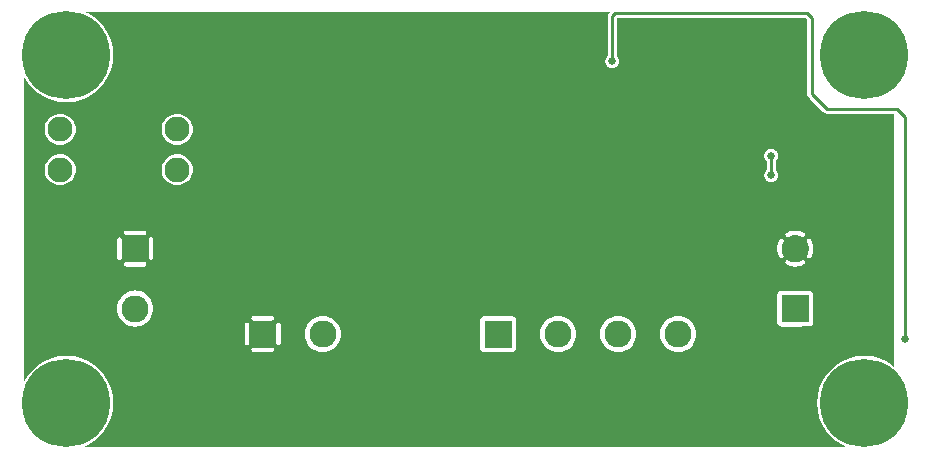
<source format=gbr>
G04 start of page 3 for group 1 idx 1 *
G04 Title: (unknown), bottom *
G04 Creator: pcb 4.0.2 *
G04 CreationDate: Thu Jun 24 15:44:02 2021 UTC *
G04 For: ndholmes *
G04 Format: Gerber/RS-274X *
G04 PCB-Dimensions (mil): 3000.00 1500.00 *
G04 PCB-Coordinate-Origin: lower left *
%MOIN*%
%FSLAX25Y25*%
%LNBOTTOM*%
%ADD31C,0.0630*%
%ADD30C,0.0550*%
%ADD29C,0.1285*%
%ADD28C,0.0120*%
%ADD27C,0.0260*%
%ADD26C,0.0830*%
%ADD25C,0.0900*%
%ADD24C,0.2937*%
%ADD23C,0.0100*%
%ADD22C,0.0001*%
G54D22*G36*
X139000Y2500D02*X102491D01*
Y33982D01*
X102500Y33981D01*
X103442Y34056D01*
X104360Y34276D01*
X105232Y34637D01*
X106038Y35131D01*
X106756Y35744D01*
X107369Y36462D01*
X107863Y37268D01*
X108224Y38140D01*
X108444Y39058D01*
X108500Y40000D01*
X108444Y40942D01*
X108224Y41860D01*
X107863Y42732D01*
X107369Y43538D01*
X106756Y44256D01*
X106038Y44869D01*
X105232Y45363D01*
X104360Y45724D01*
X103442Y45944D01*
X102500Y46019D01*
X102491Y46018D01*
Y147500D01*
X139000D01*
Y2500D01*
G37*
G36*
X102491D02*X87750D01*
Y36248D01*
X87868Y36257D01*
X87982Y36285D01*
X88092Y36330D01*
X88192Y36391D01*
X88282Y36468D01*
X88359Y36558D01*
X88420Y36658D01*
X88465Y36768D01*
X88493Y36882D01*
X88500Y37000D01*
Y43000D01*
X88493Y43118D01*
X88465Y43232D01*
X88420Y43342D01*
X88359Y43442D01*
X88282Y43532D01*
X88192Y43609D01*
X88092Y43670D01*
X87982Y43715D01*
X87868Y43743D01*
X87750Y43752D01*
Y147500D01*
X102491D01*
Y46018D01*
X101558Y45944D01*
X100640Y45724D01*
X99768Y45363D01*
X98962Y44869D01*
X98244Y44256D01*
X97631Y43538D01*
X97137Y42732D01*
X96776Y41860D01*
X96556Y40942D01*
X96481Y40000D01*
X96556Y39058D01*
X96776Y38140D01*
X97137Y37268D01*
X97631Y36462D01*
X98244Y35744D01*
X98962Y35131D01*
X99768Y34637D01*
X100640Y34276D01*
X101558Y34056D01*
X102491Y33982D01*
Y2500D01*
G37*
G36*
X87750D02*X82500D01*
Y34000D01*
X85500D01*
X85618Y34007D01*
X85732Y34035D01*
X85842Y34080D01*
X85942Y34141D01*
X86032Y34218D01*
X86109Y34308D01*
X86170Y34408D01*
X86215Y34518D01*
X86243Y34632D01*
X86252Y34750D01*
X86243Y34868D01*
X86215Y34982D01*
X86170Y35092D01*
X86109Y35192D01*
X86032Y35282D01*
X85942Y35359D01*
X85842Y35420D01*
X85732Y35465D01*
X85618Y35493D01*
X85500Y35500D01*
X82500D01*
Y44500D01*
X85500D01*
X85618Y44507D01*
X85732Y44535D01*
X85842Y44580D01*
X85942Y44641D01*
X86032Y44718D01*
X86109Y44808D01*
X86170Y44908D01*
X86215Y45018D01*
X86243Y45132D01*
X86252Y45250D01*
X86243Y45368D01*
X86215Y45482D01*
X86170Y45592D01*
X86109Y45692D01*
X86032Y45782D01*
X85942Y45859D01*
X85842Y45920D01*
X85732Y45965D01*
X85618Y45993D01*
X85500Y46000D01*
X82500D01*
Y147500D01*
X87750D01*
Y43752D01*
X87632Y43743D01*
X87518Y43715D01*
X87408Y43670D01*
X87308Y43609D01*
X87218Y43532D01*
X87141Y43442D01*
X87080Y43342D01*
X87035Y43232D01*
X87007Y43118D01*
X87000Y43000D01*
Y37000D01*
X87007Y36882D01*
X87035Y36768D01*
X87080Y36658D01*
X87141Y36558D01*
X87218Y36468D01*
X87308Y36391D01*
X87408Y36330D01*
X87518Y36285D01*
X87632Y36257D01*
X87750Y36248D01*
Y2500D01*
G37*
G36*
X82500D02*X77250D01*
Y36248D01*
X77368Y36257D01*
X77482Y36285D01*
X77592Y36330D01*
X77692Y36391D01*
X77782Y36468D01*
X77859Y36558D01*
X77920Y36658D01*
X77965Y36768D01*
X77993Y36882D01*
X78000Y37000D01*
Y43000D01*
X77993Y43118D01*
X77965Y43232D01*
X77920Y43342D01*
X77859Y43442D01*
X77782Y43532D01*
X77692Y43609D01*
X77592Y43670D01*
X77482Y43715D01*
X77368Y43743D01*
X77250Y43752D01*
Y147500D01*
X82500D01*
Y46000D01*
X79500D01*
X79382Y45993D01*
X79268Y45965D01*
X79158Y45920D01*
X79058Y45859D01*
X78968Y45782D01*
X78891Y45692D01*
X78830Y45592D01*
X78785Y45482D01*
X78757Y45368D01*
X78748Y45250D01*
X78757Y45132D01*
X78785Y45018D01*
X78830Y44908D01*
X78891Y44808D01*
X78968Y44718D01*
X79058Y44641D01*
X79158Y44580D01*
X79268Y44535D01*
X79382Y44507D01*
X79500Y44500D01*
X82500D01*
Y35500D01*
X79500D01*
X79382Y35493D01*
X79268Y35465D01*
X79158Y35420D01*
X79058Y35359D01*
X78968Y35282D01*
X78891Y35192D01*
X78830Y35092D01*
X78785Y34982D01*
X78757Y34868D01*
X78748Y34750D01*
X78757Y34632D01*
X78785Y34518D01*
X78830Y34408D01*
X78891Y34308D01*
X78968Y34218D01*
X79058Y34141D01*
X79158Y34080D01*
X79268Y34035D01*
X79382Y34007D01*
X79500Y34000D01*
X82500D01*
Y2500D01*
G37*
G36*
X77250D02*X53992D01*
Y89635D01*
X54000Y89634D01*
X54808Y89698D01*
X55596Y89887D01*
X56345Y90197D01*
X57036Y90621D01*
X57653Y91147D01*
X58179Y91764D01*
X58603Y92455D01*
X58913Y93204D01*
X59102Y93992D01*
X59150Y94800D01*
X59102Y95608D01*
X58913Y96396D01*
X58603Y97145D01*
X58179Y97836D01*
X57653Y98453D01*
X57036Y98979D01*
X56345Y99403D01*
X55596Y99713D01*
X54808Y99902D01*
X54000Y99966D01*
X53992Y99965D01*
Y103035D01*
X54000Y103034D01*
X54808Y103098D01*
X55596Y103287D01*
X56345Y103597D01*
X57036Y104021D01*
X57653Y104547D01*
X58179Y105164D01*
X58603Y105855D01*
X58913Y106604D01*
X59102Y107392D01*
X59150Y108200D01*
X59102Y109008D01*
X58913Y109796D01*
X58603Y110545D01*
X58179Y111236D01*
X57653Y111853D01*
X57036Y112379D01*
X56345Y112803D01*
X55596Y113113D01*
X54808Y113302D01*
X54000Y113366D01*
X53992Y113365D01*
Y147500D01*
X77250D01*
Y43752D01*
X77132Y43743D01*
X77018Y43715D01*
X76908Y43670D01*
X76808Y43609D01*
X76718Y43532D01*
X76641Y43442D01*
X76580Y43342D01*
X76535Y43232D01*
X76507Y43118D01*
X76500Y43000D01*
Y37000D01*
X76507Y36882D01*
X76535Y36768D01*
X76580Y36658D01*
X76641Y36558D01*
X76718Y36468D01*
X76808Y36391D01*
X76908Y36330D01*
X77018Y36285D01*
X77132Y36257D01*
X77250Y36248D01*
Y2500D01*
G37*
G36*
X53992D02*X45250D01*
Y45584D01*
X45363Y45768D01*
X45724Y46640D01*
X45944Y47558D01*
X46000Y48500D01*
X45944Y49442D01*
X45724Y50360D01*
X45363Y51232D01*
X45250Y51416D01*
Y64748D01*
X45368Y64757D01*
X45482Y64785D01*
X45592Y64830D01*
X45692Y64891D01*
X45782Y64968D01*
X45859Y65058D01*
X45920Y65158D01*
X45965Y65268D01*
X45993Y65382D01*
X46000Y65500D01*
Y71500D01*
X45993Y71618D01*
X45965Y71732D01*
X45920Y71842D01*
X45859Y71942D01*
X45782Y72032D01*
X45692Y72109D01*
X45592Y72170D01*
X45482Y72215D01*
X45368Y72243D01*
X45250Y72252D01*
Y147500D01*
X53992D01*
Y113365D01*
X53192Y113302D01*
X52404Y113113D01*
X51655Y112803D01*
X50964Y112379D01*
X50347Y111853D01*
X49821Y111236D01*
X49397Y110545D01*
X49087Y109796D01*
X48898Y109008D01*
X48834Y108200D01*
X48898Y107392D01*
X49087Y106604D01*
X49397Y105855D01*
X49821Y105164D01*
X50347Y104547D01*
X50964Y104021D01*
X51655Y103597D01*
X52404Y103287D01*
X53192Y103098D01*
X53992Y103035D01*
Y99965D01*
X53192Y99902D01*
X52404Y99713D01*
X51655Y99403D01*
X50964Y98979D01*
X50347Y98453D01*
X49821Y97836D01*
X49397Y97145D01*
X49087Y96396D01*
X48898Y95608D01*
X48834Y94800D01*
X48898Y93992D01*
X49087Y93204D01*
X49397Y92455D01*
X49821Y91764D01*
X50347Y91147D01*
X50964Y90621D01*
X51655Y90197D01*
X52404Y89887D01*
X53192Y89698D01*
X53992Y89635D01*
Y2500D01*
G37*
G36*
X45250Y51416D02*X44869Y52038D01*
X44256Y52756D01*
X43538Y53369D01*
X42732Y53863D01*
X41860Y54224D01*
X40942Y54444D01*
X40000Y54519D01*
Y62500D01*
X43000D01*
X43118Y62507D01*
X43232Y62535D01*
X43342Y62580D01*
X43442Y62641D01*
X43532Y62718D01*
X43609Y62808D01*
X43670Y62908D01*
X43715Y63018D01*
X43743Y63132D01*
X43752Y63250D01*
X43743Y63368D01*
X43715Y63482D01*
X43670Y63592D01*
X43609Y63692D01*
X43532Y63782D01*
X43442Y63859D01*
X43342Y63920D01*
X43232Y63965D01*
X43118Y63993D01*
X43000Y64000D01*
X40000D01*
Y73000D01*
X43000D01*
X43118Y73007D01*
X43232Y73035D01*
X43342Y73080D01*
X43442Y73141D01*
X43532Y73218D01*
X43609Y73308D01*
X43670Y73408D01*
X43715Y73518D01*
X43743Y73632D01*
X43752Y73750D01*
X43743Y73868D01*
X43715Y73982D01*
X43670Y74092D01*
X43609Y74192D01*
X43532Y74282D01*
X43442Y74359D01*
X43342Y74420D01*
X43232Y74465D01*
X43118Y74493D01*
X43000Y74500D01*
X40000D01*
Y147500D01*
X45250D01*
Y72252D01*
X45132Y72243D01*
X45018Y72215D01*
X44908Y72170D01*
X44808Y72109D01*
X44718Y72032D01*
X44641Y71942D01*
X44580Y71842D01*
X44535Y71732D01*
X44507Y71618D01*
X44500Y71500D01*
Y65500D01*
X44507Y65382D01*
X44535Y65268D01*
X44580Y65158D01*
X44641Y65058D01*
X44718Y64968D01*
X44808Y64891D01*
X44908Y64830D01*
X45018Y64785D01*
X45132Y64757D01*
X45250Y64748D01*
Y51416D01*
G37*
G36*
Y2500D02*X40000D01*
Y42481D01*
X40942Y42556D01*
X41860Y42776D01*
X42732Y43137D01*
X43538Y43631D01*
X44256Y44244D01*
X44869Y44962D01*
X45250Y45584D01*
Y2500D01*
G37*
G36*
X34750Y147500D02*X40000D01*
Y74500D01*
X37000D01*
X36882Y74493D01*
X36768Y74465D01*
X36658Y74420D01*
X36558Y74359D01*
X36468Y74282D01*
X36391Y74192D01*
X36330Y74092D01*
X36285Y73982D01*
X36257Y73868D01*
X36248Y73750D01*
X36257Y73632D01*
X36285Y73518D01*
X36330Y73408D01*
X36391Y73308D01*
X36468Y73218D01*
X36558Y73141D01*
X36658Y73080D01*
X36768Y73035D01*
X36882Y73007D01*
X37000Y73000D01*
X40000D01*
Y64000D01*
X37000D01*
X36882Y63993D01*
X36768Y63965D01*
X36658Y63920D01*
X36558Y63859D01*
X36468Y63782D01*
X36391Y63692D01*
X36330Y63592D01*
X36285Y63482D01*
X36257Y63368D01*
X36248Y63250D01*
X36257Y63132D01*
X36285Y63018D01*
X36330Y62908D01*
X36391Y62808D01*
X36468Y62718D01*
X36558Y62641D01*
X36658Y62580D01*
X36768Y62535D01*
X36882Y62507D01*
X37000Y62500D01*
X40000D01*
Y54519D01*
X39058Y54444D01*
X38140Y54224D01*
X37268Y53863D01*
X36462Y53369D01*
X35744Y52756D01*
X35131Y52038D01*
X34750Y51416D01*
Y64748D01*
X34868Y64757D01*
X34982Y64785D01*
X35092Y64830D01*
X35192Y64891D01*
X35282Y64968D01*
X35359Y65058D01*
X35420Y65158D01*
X35465Y65268D01*
X35493Y65382D01*
X35500Y65500D01*
Y71500D01*
X35493Y71618D01*
X35465Y71732D01*
X35420Y71842D01*
X35359Y71942D01*
X35282Y72032D01*
X35192Y72109D01*
X35092Y72170D01*
X34982Y72215D01*
X34868Y72243D01*
X34750Y72252D01*
Y147500D01*
G37*
G36*
X40000Y2500D02*X34750D01*
Y45584D01*
X35131Y44962D01*
X35744Y44244D01*
X36462Y43631D01*
X37268Y43137D01*
X38140Y42776D01*
X39058Y42556D01*
X40000Y42481D01*
Y2500D01*
G37*
G36*
X34750D02*X22978D01*
X24142Y2982D01*
X26247Y4272D01*
X28124Y5876D01*
X29728Y7753D01*
X31018Y9858D01*
X31962Y12138D01*
X32539Y14539D01*
X32684Y17000D01*
X32539Y19461D01*
X31962Y21862D01*
X31018Y24142D01*
X29728Y26247D01*
X28124Y28124D01*
X26247Y29728D01*
X24142Y31018D01*
X21862Y31962D01*
X19461Y32539D01*
X17000Y32732D01*
X14992Y32574D01*
Y89635D01*
X15000Y89634D01*
X15808Y89698D01*
X16596Y89887D01*
X17345Y90197D01*
X18036Y90621D01*
X18653Y91147D01*
X19179Y91764D01*
X19603Y92455D01*
X19913Y93204D01*
X20102Y93992D01*
X20150Y94800D01*
X20102Y95608D01*
X19913Y96396D01*
X19603Y97145D01*
X19179Y97836D01*
X18653Y98453D01*
X18036Y98979D01*
X17345Y99403D01*
X16596Y99713D01*
X15808Y99902D01*
X15000Y99966D01*
X14992Y99965D01*
Y103035D01*
X15000Y103034D01*
X15808Y103098D01*
X16596Y103287D01*
X17345Y103597D01*
X18036Y104021D01*
X18653Y104547D01*
X19179Y105164D01*
X19603Y105855D01*
X19913Y106604D01*
X20102Y107392D01*
X20150Y108200D01*
X20102Y109008D01*
X19913Y109796D01*
X19603Y110545D01*
X19179Y111236D01*
X18653Y111853D01*
X18036Y112379D01*
X17345Y112803D01*
X16596Y113113D01*
X15808Y113302D01*
X15000Y113366D01*
X14992Y113365D01*
Y117426D01*
X17000Y117268D01*
X19461Y117461D01*
X21862Y118038D01*
X24142Y118982D01*
X26247Y120272D01*
X28124Y121876D01*
X29728Y123753D01*
X31018Y125858D01*
X31962Y128138D01*
X32539Y130539D01*
X32684Y133000D01*
X32539Y135461D01*
X31962Y137862D01*
X31018Y140142D01*
X29728Y142247D01*
X28124Y144124D01*
X26247Y145728D01*
X24142Y147018D01*
X22978Y147500D01*
X34750D01*
Y72252D01*
X34632Y72243D01*
X34518Y72215D01*
X34408Y72170D01*
X34308Y72109D01*
X34218Y72032D01*
X34141Y71942D01*
X34080Y71842D01*
X34035Y71732D01*
X34007Y71618D01*
X34000Y71500D01*
Y65500D01*
X34007Y65382D01*
X34035Y65268D01*
X34080Y65158D01*
X34141Y65058D01*
X34218Y64968D01*
X34308Y64891D01*
X34408Y64830D01*
X34518Y64785D01*
X34632Y64757D01*
X34750Y64748D01*
Y51416D01*
X34637Y51232D01*
X34276Y50360D01*
X34056Y49442D01*
X33981Y48500D01*
X34056Y47558D01*
X34276Y46640D01*
X34637Y45768D01*
X34750Y45584D01*
Y2500D01*
G37*
G36*
X14992Y32574D02*X14539Y32539D01*
X12138Y31962D01*
X9858Y31018D01*
X7753Y29728D01*
X5876Y28124D01*
X4272Y26247D01*
X3000Y24171D01*
Y125829D01*
X4272Y123753D01*
X5876Y121876D01*
X7753Y120272D01*
X9858Y118982D01*
X12138Y118038D01*
X14539Y117461D01*
X14992Y117426D01*
Y113365D01*
X14192Y113302D01*
X13404Y113113D01*
X12655Y112803D01*
X11964Y112379D01*
X11347Y111853D01*
X10821Y111236D01*
X10397Y110545D01*
X10087Y109796D01*
X9898Y109008D01*
X9834Y108200D01*
X9898Y107392D01*
X10087Y106604D01*
X10397Y105855D01*
X10821Y105164D01*
X11347Y104547D01*
X11964Y104021D01*
X12655Y103597D01*
X13404Y103287D01*
X14192Y103098D01*
X14992Y103035D01*
Y99965D01*
X14192Y99902D01*
X13404Y99713D01*
X12655Y99403D01*
X11964Y98979D01*
X11347Y98453D01*
X10821Y97836D01*
X10397Y97145D01*
X10087Y96396D01*
X9898Y95608D01*
X9834Y94800D01*
X9898Y93992D01*
X10087Y93204D01*
X10397Y92455D01*
X10821Y91764D01*
X11347Y91147D01*
X11964Y90621D01*
X12655Y90197D01*
X13404Y89887D01*
X14192Y89698D01*
X14992Y89635D01*
Y32574D01*
G37*
G36*
X264926Y118453D02*X269398Y113981D01*
X269436Y113936D01*
X269616Y113783D01*
X269817Y113659D01*
X270035Y113569D01*
X270265Y113514D01*
X270500Y113495D01*
X270559Y113500D01*
X293000D01*
Y29085D01*
X292247Y29728D01*
X290142Y31018D01*
X287862Y31962D01*
X285461Y32539D01*
X283000Y32732D01*
X280539Y32539D01*
X278138Y31962D01*
X275858Y31018D01*
X273753Y29728D01*
X271876Y28124D01*
X270272Y26247D01*
X268982Y24142D01*
X268038Y21862D01*
X267461Y19461D01*
X267268Y17000D01*
X267461Y14539D01*
X268038Y12138D01*
X268982Y9858D01*
X270272Y7753D01*
X271876Y5876D01*
X273753Y4272D01*
X275858Y2982D01*
X277022Y2500D01*
X264926D01*
Y42560D01*
X264965Y42569D01*
X265183Y42659D01*
X265384Y42783D01*
X265564Y42936D01*
X265717Y43116D01*
X265841Y43317D01*
X265931Y43535D01*
X265986Y43765D01*
X266000Y44000D01*
X265986Y53235D01*
X265931Y53465D01*
X265841Y53683D01*
X265717Y53884D01*
X265564Y54064D01*
X265384Y54217D01*
X265183Y54341D01*
X264965Y54431D01*
X264926Y54440D01*
Y65303D01*
X264930Y65305D01*
X265033Y65364D01*
X265125Y65438D01*
X265204Y65525D01*
X265266Y65625D01*
X265511Y66112D01*
X265705Y66622D01*
X265852Y67148D01*
X265951Y67684D01*
X266000Y68227D01*
Y68773D01*
X265951Y69316D01*
X265852Y69852D01*
X265705Y70378D01*
X265511Y70888D01*
X265272Y71378D01*
X265208Y71478D01*
X265128Y71566D01*
X265035Y71640D01*
X264932Y71699D01*
X264926Y71702D01*
Y118453D01*
G37*
G36*
Y2500D02*X260000D01*
Y42507D01*
X264735Y42514D01*
X264926Y42560D01*
Y2500D01*
G37*
G36*
X260000Y145500D02*X263379D01*
X264000Y144879D01*
Y120059D01*
X263995Y120000D01*
X264014Y119765D01*
X264069Y119535D01*
X264159Y119317D01*
X264283Y119116D01*
X264436Y118936D01*
X264481Y118898D01*
X264926Y118453D01*
Y71702D01*
X264821Y71742D01*
X264705Y71766D01*
X264587Y71772D01*
X264468Y71760D01*
X264354Y71729D01*
X264245Y71680D01*
X264146Y71615D01*
X264058Y71535D01*
X263983Y71443D01*
X263924Y71340D01*
X263882Y71229D01*
X263857Y71113D01*
X263851Y70994D01*
X263864Y70876D01*
X263895Y70761D01*
X263946Y70654D01*
X264129Y70289D01*
X264274Y69907D01*
X264384Y69513D01*
X264458Y69111D01*
X264495Y68704D01*
Y68296D01*
X264458Y67889D01*
X264384Y67487D01*
X264274Y67093D01*
X264129Y66711D01*
X263950Y66344D01*
X263900Y66237D01*
X263869Y66123D01*
X263856Y66006D01*
X263862Y65888D01*
X263886Y65772D01*
X263928Y65662D01*
X263987Y65560D01*
X264061Y65468D01*
X264149Y65389D01*
X264248Y65324D01*
X264355Y65276D01*
X264469Y65245D01*
X264587Y65232D01*
X264705Y65238D01*
X264820Y65263D01*
X264926Y65303D01*
Y54440D01*
X264735Y54486D01*
X264500Y54500D01*
X260000Y54493D01*
Y62500D01*
X260273D01*
X260816Y62549D01*
X261352Y62648D01*
X261878Y62795D01*
X262388Y62989D01*
X262878Y63228D01*
X262978Y63292D01*
X263066Y63372D01*
X263140Y63465D01*
X263199Y63568D01*
X263242Y63679D01*
X263266Y63795D01*
X263272Y63913D01*
X263260Y64032D01*
X263229Y64146D01*
X263180Y64255D01*
X263115Y64354D01*
X263035Y64442D01*
X262943Y64517D01*
X262840Y64576D01*
X262729Y64618D01*
X262613Y64643D01*
X262494Y64649D01*
X262376Y64636D01*
X262261Y64605D01*
X262154Y64554D01*
X261789Y64371D01*
X261407Y64226D01*
X261013Y64116D01*
X260611Y64042D01*
X260204Y64005D01*
X260000D01*
Y72995D01*
X260204D01*
X260611Y72958D01*
X261013Y72884D01*
X261407Y72774D01*
X261789Y72629D01*
X262156Y72450D01*
X262263Y72400D01*
X262377Y72369D01*
X262494Y72356D01*
X262612Y72362D01*
X262728Y72386D01*
X262838Y72428D01*
X262940Y72487D01*
X263032Y72561D01*
X263111Y72649D01*
X263176Y72748D01*
X263224Y72855D01*
X263255Y72969D01*
X263268Y73087D01*
X263262Y73205D01*
X263237Y73320D01*
X263195Y73430D01*
X263136Y73533D01*
X263062Y73625D01*
X262975Y73704D01*
X262875Y73766D01*
X262388Y74011D01*
X261878Y74205D01*
X261352Y74352D01*
X260816Y74451D01*
X260273Y74500D01*
X260000D01*
Y145500D01*
G37*
G36*
X255074Y42560D02*X255265Y42514D01*
X255500Y42500D01*
X260000Y42507D01*
Y2500D01*
X255074D01*
Y42560D01*
G37*
G36*
Y145500D02*X260000D01*
Y74500D01*
X259727D01*
X259184Y74451D01*
X258648Y74352D01*
X258122Y74205D01*
X257612Y74011D01*
X257122Y73772D01*
X257022Y73708D01*
X256934Y73628D01*
X256860Y73535D01*
X256801Y73432D01*
X256758Y73321D01*
X256734Y73205D01*
X256728Y73087D01*
X256740Y72968D01*
X256771Y72854D01*
X256820Y72745D01*
X256885Y72646D01*
X256965Y72558D01*
X257057Y72483D01*
X257160Y72424D01*
X257271Y72382D01*
X257387Y72357D01*
X257506Y72351D01*
X257624Y72364D01*
X257739Y72395D01*
X257846Y72446D01*
X258211Y72629D01*
X258593Y72774D01*
X258987Y72884D01*
X259389Y72958D01*
X259796Y72995D01*
X260000D01*
Y64005D01*
X259796D01*
X259389Y64042D01*
X258987Y64116D01*
X258593Y64226D01*
X258211Y64371D01*
X257844Y64550D01*
X257737Y64600D01*
X257623Y64631D01*
X257506Y64644D01*
X257388Y64638D01*
X257272Y64614D01*
X257162Y64572D01*
X257060Y64513D01*
X256968Y64439D01*
X256889Y64351D01*
X256824Y64252D01*
X256776Y64145D01*
X256745Y64031D01*
X256732Y63913D01*
X256738Y63795D01*
X256763Y63680D01*
X256805Y63570D01*
X256864Y63467D01*
X256938Y63375D01*
X257025Y63296D01*
X257125Y63234D01*
X257612Y62989D01*
X258122Y62795D01*
X258648Y62648D01*
X259184Y62549D01*
X259727Y62500D01*
X260000D01*
Y54493D01*
X255265Y54486D01*
X255074Y54440D01*
Y65298D01*
X255179Y65258D01*
X255295Y65234D01*
X255413Y65228D01*
X255532Y65240D01*
X255646Y65271D01*
X255755Y65320D01*
X255854Y65385D01*
X255942Y65465D01*
X256017Y65557D01*
X256076Y65660D01*
X256118Y65771D01*
X256143Y65887D01*
X256149Y66006D01*
X256136Y66124D01*
X256105Y66239D01*
X256054Y66346D01*
X255871Y66711D01*
X255726Y67093D01*
X255616Y67487D01*
X255542Y67889D01*
X255505Y68296D01*
Y68704D01*
X255542Y69111D01*
X255616Y69513D01*
X255726Y69907D01*
X255871Y70289D01*
X256050Y70656D01*
X256100Y70763D01*
X256131Y70877D01*
X256144Y70994D01*
X256138Y71112D01*
X256114Y71228D01*
X256072Y71338D01*
X256013Y71440D01*
X255939Y71532D01*
X255851Y71611D01*
X255752Y71676D01*
X255645Y71724D01*
X255531Y71755D01*
X255413Y71768D01*
X255295Y71762D01*
X255180Y71737D01*
X255074Y71697D01*
Y145500D01*
G37*
G36*
X251996D02*X255074D01*
Y71697D01*
X255070Y71695D01*
X254967Y71636D01*
X254875Y71562D01*
X254796Y71475D01*
X254734Y71375D01*
X254489Y70888D01*
X254295Y70378D01*
X254148Y69852D01*
X254049Y69316D01*
X254000Y68773D01*
Y68227D01*
X254049Y67684D01*
X254148Y67148D01*
X254295Y66622D01*
X254489Y66112D01*
X254728Y65622D01*
X254792Y65522D01*
X254872Y65434D01*
X254965Y65360D01*
X255068Y65301D01*
X255074Y65298D01*
Y54440D01*
X255035Y54431D01*
X254817Y54341D01*
X254616Y54217D01*
X254436Y54064D01*
X254283Y53884D01*
X254159Y53683D01*
X254069Y53465D01*
X254014Y53235D01*
X254000Y53000D01*
X254014Y43765D01*
X254069Y43535D01*
X254159Y43317D01*
X254283Y43116D01*
X254436Y42936D01*
X254616Y42783D01*
X254817Y42659D01*
X255035Y42569D01*
X255074Y42560D01*
Y2500D01*
X251996D01*
Y90693D01*
X252000Y90693D01*
X252361Y90721D01*
X252713Y90806D01*
X253047Y90944D01*
X253356Y91134D01*
X253631Y91369D01*
X253866Y91644D01*
X254056Y91953D01*
X254194Y92287D01*
X254279Y92639D01*
X254300Y93000D01*
X254279Y93361D01*
X254194Y93713D01*
X254056Y94047D01*
X253866Y94356D01*
X253631Y94631D01*
X253500Y94744D01*
Y97756D01*
X253631Y97869D01*
X253866Y98144D01*
X254056Y98453D01*
X254194Y98787D01*
X254279Y99139D01*
X254300Y99500D01*
X254279Y99861D01*
X254194Y100213D01*
X254056Y100547D01*
X253866Y100856D01*
X253631Y101131D01*
X253356Y101366D01*
X253047Y101556D01*
X252713Y101694D01*
X252361Y101779D01*
X252000Y101807D01*
X251996Y101807D01*
Y145500D01*
G37*
G36*
X220991D02*X251996D01*
Y101807D01*
X251639Y101779D01*
X251287Y101694D01*
X250953Y101556D01*
X250644Y101366D01*
X250369Y101131D01*
X250134Y100856D01*
X249944Y100547D01*
X249806Y100213D01*
X249721Y99861D01*
X249693Y99500D01*
X249721Y99139D01*
X249806Y98787D01*
X249944Y98453D01*
X250134Y98144D01*
X250369Y97869D01*
X250500Y97756D01*
Y94744D01*
X250369Y94631D01*
X250134Y94356D01*
X249944Y94047D01*
X249806Y93713D01*
X249721Y93361D01*
X249693Y93000D01*
X249721Y92639D01*
X249806Y92287D01*
X249944Y91953D01*
X250134Y91644D01*
X250369Y91369D01*
X250644Y91134D01*
X250953Y90944D01*
X251287Y90806D01*
X251639Y90721D01*
X251996Y90693D01*
Y2500D01*
X220991D01*
Y33982D01*
X221000Y33981D01*
X221942Y34056D01*
X222860Y34276D01*
X223732Y34637D01*
X224538Y35131D01*
X225256Y35744D01*
X225869Y36462D01*
X226363Y37268D01*
X226724Y38140D01*
X226944Y39058D01*
X227000Y40000D01*
X226944Y40942D01*
X226724Y41860D01*
X226363Y42732D01*
X225869Y43538D01*
X225256Y44256D01*
X224538Y44869D01*
X223732Y45363D01*
X222860Y45724D01*
X221942Y45944D01*
X221000Y46019D01*
X220991Y46018D01*
Y145500D01*
G37*
G36*
X200991Y129847D02*X201056Y129953D01*
X201194Y130287D01*
X201279Y130639D01*
X201300Y131000D01*
X201279Y131361D01*
X201194Y131713D01*
X201056Y132047D01*
X200991Y132153D01*
Y145500D01*
X220991D01*
Y46018D01*
X220058Y45944D01*
X219140Y45724D01*
X218268Y45363D01*
X217462Y44869D01*
X216744Y44256D01*
X216131Y43538D01*
X215637Y42732D01*
X215276Y41860D01*
X215056Y40942D01*
X214981Y40000D01*
X215056Y39058D01*
X215276Y38140D01*
X215637Y37268D01*
X216131Y36462D01*
X216744Y35744D01*
X217462Y35131D01*
X218268Y34637D01*
X219140Y34276D01*
X220058Y34056D01*
X220991Y33982D01*
Y2500D01*
X200991D01*
Y33982D01*
X201000Y33981D01*
X201942Y34056D01*
X202860Y34276D01*
X203732Y34637D01*
X204538Y35131D01*
X205256Y35744D01*
X205869Y36462D01*
X206363Y37268D01*
X206724Y38140D01*
X206944Y39058D01*
X207000Y40000D01*
X206944Y40942D01*
X206724Y41860D01*
X206363Y42732D01*
X205869Y43538D01*
X205256Y44256D01*
X204538Y44869D01*
X203732Y45363D01*
X202860Y45724D01*
X201942Y45944D01*
X201000Y46019D01*
X200991Y46018D01*
Y129847D01*
G37*
G36*
Y132153D02*X200866Y132356D01*
X200631Y132631D01*
X200500Y132744D01*
Y145379D01*
X200621Y145500D01*
X200991D01*
Y132153D01*
G37*
G36*
X180991Y147500D02*X198379D01*
X197981Y147102D01*
X197936Y147064D01*
X197783Y146884D01*
X197659Y146683D01*
X197569Y146465D01*
X197514Y146235D01*
X197514Y146235D01*
X197495Y146000D01*
X197500Y145941D01*
Y132744D01*
X197369Y132631D01*
X197134Y132356D01*
X196944Y132047D01*
X196806Y131713D01*
X196721Y131361D01*
X196693Y131000D01*
X196721Y130639D01*
X196806Y130287D01*
X196944Y129953D01*
X197134Y129644D01*
X197369Y129369D01*
X197644Y129134D01*
X197953Y128944D01*
X198287Y128806D01*
X198639Y128721D01*
X199000Y128693D01*
X199361Y128721D01*
X199713Y128806D01*
X200047Y128944D01*
X200356Y129134D01*
X200631Y129369D01*
X200866Y129644D01*
X200991Y129847D01*
Y46018D01*
X200058Y45944D01*
X199140Y45724D01*
X198268Y45363D01*
X197462Y44869D01*
X196744Y44256D01*
X196131Y43538D01*
X195637Y42732D01*
X195276Y41860D01*
X195056Y40942D01*
X194981Y40000D01*
X195056Y39058D01*
X195276Y38140D01*
X195637Y37268D01*
X196131Y36462D01*
X196744Y35744D01*
X197462Y35131D01*
X198268Y34637D01*
X199140Y34276D01*
X200058Y34056D01*
X200991Y33982D01*
Y2500D01*
X180991D01*
Y33982D01*
X181000Y33981D01*
X181942Y34056D01*
X182860Y34276D01*
X183732Y34637D01*
X184538Y35131D01*
X185256Y35744D01*
X185869Y36462D01*
X186363Y37268D01*
X186724Y38140D01*
X186944Y39058D01*
X187000Y40000D01*
X186944Y40942D01*
X186724Y41860D01*
X186363Y42732D01*
X185869Y43538D01*
X185256Y44256D01*
X184538Y44869D01*
X183732Y45363D01*
X182860Y45724D01*
X181942Y45944D01*
X181000Y46019D01*
X180991Y46018D01*
Y147500D01*
G37*
G36*
X161000D02*X180991D01*
Y46018D01*
X180058Y45944D01*
X179140Y45724D01*
X178268Y45363D01*
X177462Y44869D01*
X176744Y44256D01*
X176131Y43538D01*
X175637Y42732D01*
X175276Y41860D01*
X175056Y40942D01*
X174981Y40000D01*
X175056Y39058D01*
X175276Y38140D01*
X175637Y37268D01*
X176131Y36462D01*
X176744Y35744D01*
X177462Y35131D01*
X178268Y34637D01*
X179140Y34276D01*
X180058Y34056D01*
X180991Y33982D01*
Y2500D01*
X161000D01*
Y34007D01*
X165735Y34014D01*
X165965Y34069D01*
X166183Y34159D01*
X166384Y34283D01*
X166564Y34436D01*
X166717Y34616D01*
X166841Y34817D01*
X166931Y35035D01*
X166986Y35265D01*
X167000Y35500D01*
X166986Y44735D01*
X166931Y44965D01*
X166841Y45183D01*
X166717Y45384D01*
X166564Y45564D01*
X166384Y45717D01*
X166183Y45841D01*
X165965Y45931D01*
X165735Y45986D01*
X165500Y46000D01*
X161000Y45993D01*
Y147500D01*
G37*
G36*
X128500D02*X161000D01*
Y45993D01*
X156265Y45986D01*
X156035Y45931D01*
X155817Y45841D01*
X155616Y45717D01*
X155436Y45564D01*
X155283Y45384D01*
X155159Y45183D01*
X155069Y44965D01*
X155014Y44735D01*
X155000Y44500D01*
X155014Y35265D01*
X155069Y35035D01*
X155159Y34817D01*
X155283Y34616D01*
X155436Y34436D01*
X155616Y34283D01*
X155817Y34159D01*
X156035Y34069D01*
X156265Y34014D01*
X156500Y34000D01*
X161000Y34007D01*
Y2500D01*
X128500D01*
Y147500D01*
G37*
G54D23*X270500Y115000D02*X265500Y120000D01*
Y145500D01*
X264000Y147000D01*
X200000D01*
X296500Y38500D02*Y112500D01*
X294000Y115000D01*
X270500D01*
X200000Y147000D02*X199000Y146000D01*
Y131000D01*
X252000Y99500D02*Y97500D01*
Y93000D02*Y99500D01*
G54D24*X17000Y17000D03*
G54D22*G36*
X156500Y44500D02*Y35500D01*
X165500D01*
Y44500D01*
X156500D01*
G37*
G36*
X78000D02*Y35500D01*
X87000D01*
Y44500D01*
X78000D01*
G37*
G54D25*X102500Y40000D03*
G54D22*G36*
X35500Y73000D02*Y64000D01*
X44500D01*
Y73000D01*
X35500D01*
G37*
G54D25*X40000Y48500D03*
G54D24*X283000Y133000D03*
Y17000D03*
G54D22*G36*
X255500Y53000D02*Y44000D01*
X264500D01*
Y53000D01*
X255500D01*
G37*
G54D25*X260000Y68500D03*
X181000Y40000D03*
X201000D03*
X221000D03*
G54D24*X17000Y133000D03*
G54D26*X15000Y108200D03*
Y94800D03*
X54000Y108200D03*
Y94800D03*
G54D27*X49000Y73000D03*
Y69500D03*
Y66000D03*
X40000Y79000D03*
X44000D03*
X82500Y31000D03*
X86500D03*
X78500D03*
X73000Y43500D03*
Y40000D03*
Y36500D03*
X82500Y49000D03*
X86500D03*
X78500D03*
X36000Y79000D03*
X133000Y131000D03*
Y107500D03*
X125000Y119000D03*
X128500D03*
X172500Y126500D03*
Y123000D03*
Y119500D03*
X176000Y126500D03*
Y123000D03*
Y119500D03*
X182000Y133500D03*
X199000Y131000D03*
X71500Y125000D03*
X75500D03*
X67500D03*
X71500Y136000D03*
X75500D03*
X67500D03*
X260000Y77500D03*
X264000D03*
X256000D03*
X251000Y72000D03*
Y68500D03*
Y65000D03*
X252000Y99500D03*
Y93000D03*
X269500Y72000D03*
Y68500D03*
Y65000D03*
X296500Y38500D03*
X239500Y40500D03*
X235500D03*
Y44500D03*
X243500Y40500D03*
X235500Y48500D03*
X228500Y17500D03*
Y13500D03*
Y9500D03*
Y5500D03*
Y21500D03*
Y25500D03*
X224500D03*
X220500D03*
X216500D03*
X212500D03*
X207500Y120000D03*
X194500Y93500D03*
X198000D03*
Y82500D03*
X194500D03*
X211000Y120000D03*
X242500D03*
X234000D03*
X214500D03*
X207500Y124000D03*
X211000D03*
X210500Y93000D03*
Y89000D03*
Y97000D03*
X210000Y104000D03*
X210500Y85000D03*
X214500Y124000D03*
X222500Y93000D03*
Y89000D03*
Y97000D03*
X213500Y104000D03*
X222500Y85000D03*
X191000Y82500D03*
Y93500D03*
G54D28*G54D29*G54D30*G54D29*G54D30*G54D29*G54D31*M02*

</source>
